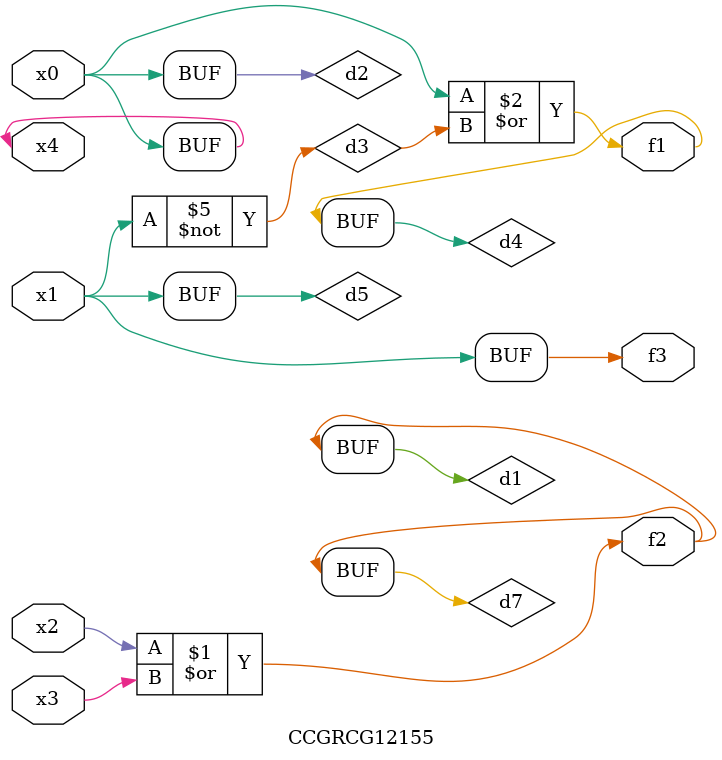
<source format=v>
module CCGRCG12155(
	input x0, x1, x2, x3, x4,
	output f1, f2, f3
);

	wire d1, d2, d3, d4, d5, d6, d7;

	or (d1, x2, x3);
	buf (d2, x0, x4);
	not (d3, x1);
	or (d4, d2, d3);
	not (d5, d3);
	nand (d6, d1, d3);
	or (d7, d1);
	assign f1 = d4;
	assign f2 = d7;
	assign f3 = d5;
endmodule

</source>
